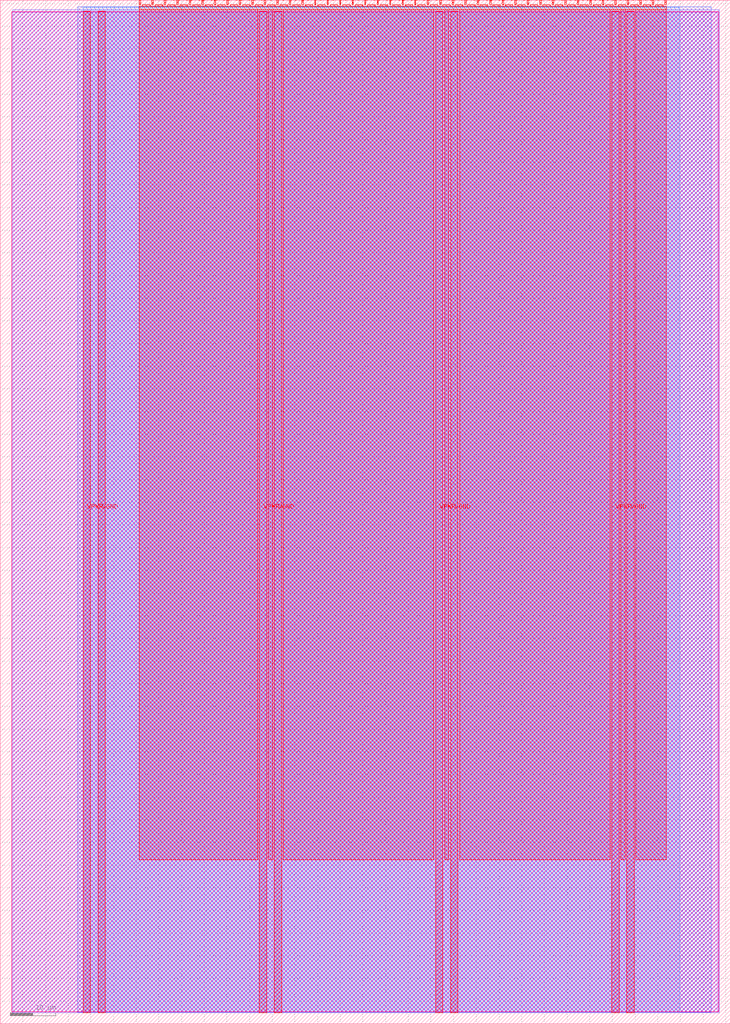
<source format=lef>
VERSION 5.7 ;
  NOWIREEXTENSIONATPIN ON ;
  DIVIDERCHAR "/" ;
  BUSBITCHARS "[]" ;
MACRO tt_um_Coline3003_top
  CLASS BLOCK ;
  FOREIGN tt_um_Coline3003_top ;
  ORIGIN 0.000 0.000 ;
  SIZE 161.000 BY 225.760 ;
  PIN VGND
    DIRECTION INOUT ;
    USE GROUND ;
    PORT
      LAYER met4 ;
        RECT 21.580 2.480 23.180 223.280 ;
    END
    PORT
      LAYER met4 ;
        RECT 60.450 2.480 62.050 223.280 ;
    END
    PORT
      LAYER met4 ;
        RECT 99.320 2.480 100.920 223.280 ;
    END
    PORT
      LAYER met4 ;
        RECT 138.190 2.480 139.790 223.280 ;
    END
  END VGND
  PIN VPWR
    DIRECTION INOUT ;
    USE POWER ;
    PORT
      LAYER met4 ;
        RECT 18.280 2.480 19.880 223.280 ;
    END
    PORT
      LAYER met4 ;
        RECT 57.150 2.480 58.750 223.280 ;
    END
    PORT
      LAYER met4 ;
        RECT 96.020 2.480 97.620 223.280 ;
    END
    PORT
      LAYER met4 ;
        RECT 134.890 2.480 136.490 223.280 ;
    END
  END VPWR
  PIN clk
    DIRECTION INPUT ;
    USE SIGNAL ;
    ANTENNAGATEAREA 0.852000 ;
    PORT
      LAYER met4 ;
        RECT 143.830 224.760 144.130 225.760 ;
    END
  END clk
  PIN ena
    DIRECTION INPUT ;
    USE SIGNAL ;
    PORT
      LAYER met4 ;
        RECT 146.590 224.760 146.890 225.760 ;
    END
  END ena
  PIN rst_n
    DIRECTION INPUT ;
    USE SIGNAL ;
    ANTENNAGATEAREA 0.213000 ;
    PORT
      LAYER met4 ;
        RECT 141.070 224.760 141.370 225.760 ;
    END
  END rst_n
  PIN ui_in[0]
    DIRECTION INPUT ;
    USE SIGNAL ;
    ANTENNAGATEAREA 0.196500 ;
    PORT
      LAYER met4 ;
        RECT 138.310 224.760 138.610 225.760 ;
    END
  END ui_in[0]
  PIN ui_in[1]
    DIRECTION INPUT ;
    USE SIGNAL ;
    ANTENNAGATEAREA 0.196500 ;
    PORT
      LAYER met4 ;
        RECT 135.550 224.760 135.850 225.760 ;
    END
  END ui_in[1]
  PIN ui_in[2]
    DIRECTION INPUT ;
    USE SIGNAL ;
    ANTENNAGATEAREA 0.196500 ;
    PORT
      LAYER met4 ;
        RECT 132.790 224.760 133.090 225.760 ;
    END
  END ui_in[2]
  PIN ui_in[3]
    DIRECTION INPUT ;
    USE SIGNAL ;
    ANTENNAGATEAREA 0.213000 ;
    PORT
      LAYER met4 ;
        RECT 130.030 224.760 130.330 225.760 ;
    END
  END ui_in[3]
  PIN ui_in[4]
    DIRECTION INPUT ;
    USE SIGNAL ;
    ANTENNAGATEAREA 0.213000 ;
    PORT
      LAYER met4 ;
        RECT 127.270 224.760 127.570 225.760 ;
    END
  END ui_in[4]
  PIN ui_in[5]
    DIRECTION INPUT ;
    USE SIGNAL ;
    ANTENNAGATEAREA 0.213000 ;
    PORT
      LAYER met4 ;
        RECT 124.510 224.760 124.810 225.760 ;
    END
  END ui_in[5]
  PIN ui_in[6]
    DIRECTION INPUT ;
    USE SIGNAL ;
    ANTENNAGATEAREA 0.213000 ;
    PORT
      LAYER met4 ;
        RECT 121.750 224.760 122.050 225.760 ;
    END
  END ui_in[6]
  PIN ui_in[7]
    DIRECTION INPUT ;
    USE SIGNAL ;
    ANTENNAGATEAREA 0.196500 ;
    PORT
      LAYER met4 ;
        RECT 118.990 224.760 119.290 225.760 ;
    END
  END ui_in[7]
  PIN uio_in[0]
    DIRECTION INPUT ;
    USE SIGNAL ;
    ANTENNAGATEAREA 0.213000 ;
    PORT
      LAYER met4 ;
        RECT 116.230 224.760 116.530 225.760 ;
    END
  END uio_in[0]
  PIN uio_in[1]
    DIRECTION INPUT ;
    USE SIGNAL ;
    ANTENNAGATEAREA 0.126000 ;
    PORT
      LAYER met4 ;
        RECT 113.470 224.760 113.770 225.760 ;
    END
  END uio_in[1]
  PIN uio_in[2]
    DIRECTION INPUT ;
    USE SIGNAL ;
    ANTENNAGATEAREA 0.213000 ;
    PORT
      LAYER met4 ;
        RECT 110.710 224.760 111.010 225.760 ;
    END
  END uio_in[2]
  PIN uio_in[3]
    DIRECTION INPUT ;
    USE SIGNAL ;
    ANTENNAGATEAREA 0.213000 ;
    PORT
      LAYER met4 ;
        RECT 107.950 224.760 108.250 225.760 ;
    END
  END uio_in[3]
  PIN uio_in[4]
    DIRECTION INPUT ;
    USE SIGNAL ;
    ANTENNAGATEAREA 0.213000 ;
    PORT
      LAYER met4 ;
        RECT 105.190 224.760 105.490 225.760 ;
    END
  END uio_in[4]
  PIN uio_in[5]
    DIRECTION INPUT ;
    USE SIGNAL ;
    ANTENNAGATEAREA 0.213000 ;
    PORT
      LAYER met4 ;
        RECT 102.430 224.760 102.730 225.760 ;
    END
  END uio_in[5]
  PIN uio_in[6]
    DIRECTION INPUT ;
    USE SIGNAL ;
    ANTENNAGATEAREA 0.159000 ;
    PORT
      LAYER met4 ;
        RECT 99.670 224.760 99.970 225.760 ;
    END
  END uio_in[6]
  PIN uio_in[7]
    DIRECTION INPUT ;
    USE SIGNAL ;
    ANTENNAGATEAREA 0.213000 ;
    PORT
      LAYER met4 ;
        RECT 96.910 224.760 97.210 225.760 ;
    END
  END uio_in[7]
  PIN uio_oe[0]
    DIRECTION OUTPUT ;
    USE SIGNAL ;
    PORT
      LAYER met4 ;
        RECT 49.990 224.760 50.290 225.760 ;
    END
  END uio_oe[0]
  PIN uio_oe[1]
    DIRECTION OUTPUT ;
    USE SIGNAL ;
    PORT
      LAYER met4 ;
        RECT 47.230 224.760 47.530 225.760 ;
    END
  END uio_oe[1]
  PIN uio_oe[2]
    DIRECTION OUTPUT ;
    USE SIGNAL ;
    PORT
      LAYER met4 ;
        RECT 44.470 224.760 44.770 225.760 ;
    END
  END uio_oe[2]
  PIN uio_oe[3]
    DIRECTION OUTPUT ;
    USE SIGNAL ;
    PORT
      LAYER met4 ;
        RECT 41.710 224.760 42.010 225.760 ;
    END
  END uio_oe[3]
  PIN uio_oe[4]
    DIRECTION OUTPUT ;
    USE SIGNAL ;
    PORT
      LAYER met4 ;
        RECT 38.950 224.760 39.250 225.760 ;
    END
  END uio_oe[4]
  PIN uio_oe[5]
    DIRECTION OUTPUT ;
    USE SIGNAL ;
    PORT
      LAYER met4 ;
        RECT 36.190 224.760 36.490 225.760 ;
    END
  END uio_oe[5]
  PIN uio_oe[6]
    DIRECTION OUTPUT ;
    USE SIGNAL ;
    PORT
      LAYER met4 ;
        RECT 33.430 224.760 33.730 225.760 ;
    END
  END uio_oe[6]
  PIN uio_oe[7]
    DIRECTION OUTPUT ;
    USE SIGNAL ;
    PORT
      LAYER met4 ;
        RECT 30.670 224.760 30.970 225.760 ;
    END
  END uio_oe[7]
  PIN uio_out[0]
    DIRECTION OUTPUT ;
    USE SIGNAL ;
    PORT
      LAYER met4 ;
        RECT 72.070 224.760 72.370 225.760 ;
    END
  END uio_out[0]
  PIN uio_out[1]
    DIRECTION OUTPUT ;
    USE SIGNAL ;
    PORT
      LAYER met4 ;
        RECT 69.310 224.760 69.610 225.760 ;
    END
  END uio_out[1]
  PIN uio_out[2]
    DIRECTION OUTPUT ;
    USE SIGNAL ;
    PORT
      LAYER met4 ;
        RECT 66.550 224.760 66.850 225.760 ;
    END
  END uio_out[2]
  PIN uio_out[3]
    DIRECTION OUTPUT ;
    USE SIGNAL ;
    PORT
      LAYER met4 ;
        RECT 63.790 224.760 64.090 225.760 ;
    END
  END uio_out[3]
  PIN uio_out[4]
    DIRECTION OUTPUT ;
    USE SIGNAL ;
    PORT
      LAYER met4 ;
        RECT 61.030 224.760 61.330 225.760 ;
    END
  END uio_out[4]
  PIN uio_out[5]
    DIRECTION OUTPUT ;
    USE SIGNAL ;
    PORT
      LAYER met4 ;
        RECT 58.270 224.760 58.570 225.760 ;
    END
  END uio_out[5]
  PIN uio_out[6]
    DIRECTION OUTPUT ;
    USE SIGNAL ;
    PORT
      LAYER met4 ;
        RECT 55.510 224.760 55.810 225.760 ;
    END
  END uio_out[6]
  PIN uio_out[7]
    DIRECTION OUTPUT ;
    USE SIGNAL ;
    PORT
      LAYER met4 ;
        RECT 52.750 224.760 53.050 225.760 ;
    END
  END uio_out[7]
  PIN uo_out[0]
    DIRECTION OUTPUT ;
    USE SIGNAL ;
    ANTENNADIFFAREA 0.795200 ;
    PORT
      LAYER met4 ;
        RECT 94.150 224.760 94.450 225.760 ;
    END
  END uo_out[0]
  PIN uo_out[1]
    DIRECTION OUTPUT ;
    USE SIGNAL ;
    ANTENNADIFFAREA 0.445500 ;
    PORT
      LAYER met4 ;
        RECT 91.390 224.760 91.690 225.760 ;
    END
  END uo_out[1]
  PIN uo_out[2]
    DIRECTION OUTPUT ;
    USE SIGNAL ;
    ANTENNADIFFAREA 0.445500 ;
    PORT
      LAYER met4 ;
        RECT 88.630 224.760 88.930 225.760 ;
    END
  END uo_out[2]
  PIN uo_out[3]
    DIRECTION OUTPUT ;
    USE SIGNAL ;
    ANTENNADIFFAREA 0.445500 ;
    PORT
      LAYER met4 ;
        RECT 85.870 224.760 86.170 225.760 ;
    END
  END uo_out[3]
  PIN uo_out[4]
    DIRECTION OUTPUT ;
    USE SIGNAL ;
    ANTENNADIFFAREA 0.795200 ;
    PORT
      LAYER met4 ;
        RECT 83.110 224.760 83.410 225.760 ;
    END
  END uo_out[4]
  PIN uo_out[5]
    DIRECTION OUTPUT ;
    USE SIGNAL ;
    ANTENNADIFFAREA 0.795200 ;
    PORT
      LAYER met4 ;
        RECT 80.350 224.760 80.650 225.760 ;
    END
  END uo_out[5]
  PIN uo_out[6]
    DIRECTION OUTPUT ;
    USE SIGNAL ;
    ANTENNADIFFAREA 0.445500 ;
    PORT
      LAYER met4 ;
        RECT 77.590 224.760 77.890 225.760 ;
    END
  END uo_out[6]
  PIN uo_out[7]
    DIRECTION OUTPUT ;
    USE SIGNAL ;
    ANTENNADIFFAREA 0.795200 ;
    PORT
      LAYER met4 ;
        RECT 74.830 224.760 75.130 225.760 ;
    END
  END uo_out[7]
  OBS
      LAYER nwell ;
        RECT 2.570 2.635 158.430 223.230 ;
      LAYER li1 ;
        RECT 2.760 2.635 158.240 223.125 ;
      LAYER met1 ;
        RECT 2.760 2.480 158.540 223.680 ;
      LAYER met2 ;
        RECT 17.120 2.535 156.760 224.245 ;
      LAYER met3 ;
        RECT 18.290 2.555 149.895 224.225 ;
      LAYER met4 ;
        RECT 31.370 224.360 33.030 224.760 ;
        RECT 34.130 224.360 35.790 224.760 ;
        RECT 36.890 224.360 38.550 224.760 ;
        RECT 39.650 224.360 41.310 224.760 ;
        RECT 42.410 224.360 44.070 224.760 ;
        RECT 45.170 224.360 46.830 224.760 ;
        RECT 47.930 224.360 49.590 224.760 ;
        RECT 50.690 224.360 52.350 224.760 ;
        RECT 53.450 224.360 55.110 224.760 ;
        RECT 56.210 224.360 57.870 224.760 ;
        RECT 58.970 224.360 60.630 224.760 ;
        RECT 61.730 224.360 63.390 224.760 ;
        RECT 64.490 224.360 66.150 224.760 ;
        RECT 67.250 224.360 68.910 224.760 ;
        RECT 70.010 224.360 71.670 224.760 ;
        RECT 72.770 224.360 74.430 224.760 ;
        RECT 75.530 224.360 77.190 224.760 ;
        RECT 78.290 224.360 79.950 224.760 ;
        RECT 81.050 224.360 82.710 224.760 ;
        RECT 83.810 224.360 85.470 224.760 ;
        RECT 86.570 224.360 88.230 224.760 ;
        RECT 89.330 224.360 90.990 224.760 ;
        RECT 92.090 224.360 93.750 224.760 ;
        RECT 94.850 224.360 96.510 224.760 ;
        RECT 97.610 224.360 99.270 224.760 ;
        RECT 100.370 224.360 102.030 224.760 ;
        RECT 103.130 224.360 104.790 224.760 ;
        RECT 105.890 224.360 107.550 224.760 ;
        RECT 108.650 224.360 110.310 224.760 ;
        RECT 111.410 224.360 113.070 224.760 ;
        RECT 114.170 224.360 115.830 224.760 ;
        RECT 116.930 224.360 118.590 224.760 ;
        RECT 119.690 224.360 121.350 224.760 ;
        RECT 122.450 224.360 124.110 224.760 ;
        RECT 125.210 224.360 126.870 224.760 ;
        RECT 127.970 224.360 129.630 224.760 ;
        RECT 130.730 224.360 132.390 224.760 ;
        RECT 133.490 224.360 135.150 224.760 ;
        RECT 136.250 224.360 137.910 224.760 ;
        RECT 139.010 224.360 140.670 224.760 ;
        RECT 141.770 224.360 143.430 224.760 ;
        RECT 144.530 224.360 146.190 224.760 ;
        RECT 30.655 223.680 146.905 224.360 ;
        RECT 30.655 36.215 56.750 223.680 ;
        RECT 59.150 36.215 60.050 223.680 ;
        RECT 62.450 36.215 95.620 223.680 ;
        RECT 98.020 36.215 98.920 223.680 ;
        RECT 101.320 36.215 134.490 223.680 ;
        RECT 136.890 36.215 137.790 223.680 ;
        RECT 140.190 36.215 146.905 223.680 ;
  END
END tt_um_Coline3003_top
END LIBRARY


</source>
